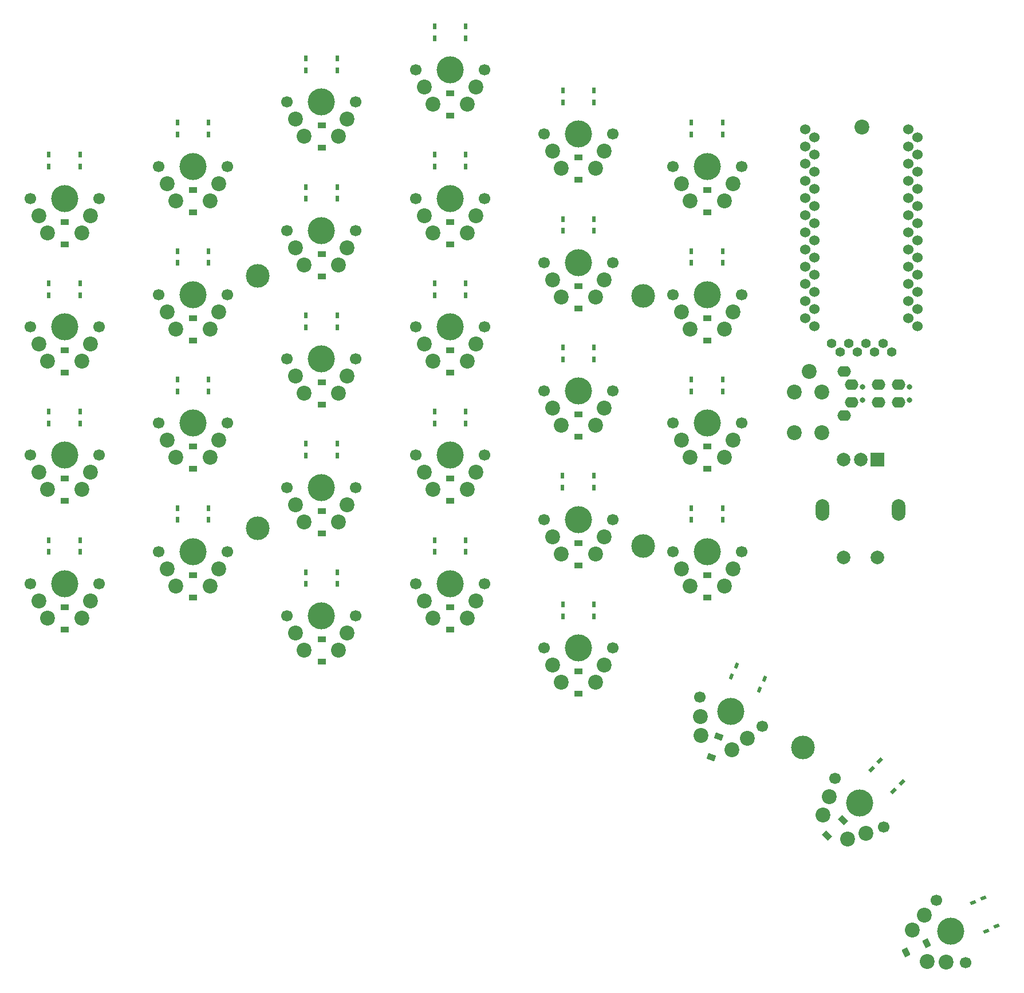
<source format=gbr>
%TF.GenerationSoftware,KiCad,Pcbnew,6.0.5*%
%TF.CreationDate,2022-07-09T20:03:33-05:00*%
%TF.ProjectId,ElevenFingers,456c6576-656e-4466-996e-676572732e6b,rev?*%
%TF.SameCoordinates,Original*%
%TF.FileFunction,Soldermask,Top*%
%TF.FilePolarity,Negative*%
%FSLAX46Y46*%
G04 Gerber Fmt 4.6, Leading zero omitted, Abs format (unit mm)*
G04 Created by KiCad (PCBNEW 6.0.5) date 2022-07-09 20:03:33*
%MOMM*%
%LPD*%
G01*
G04 APERTURE LIST*
G04 Aperture macros list*
%AMRotRect*
0 Rectangle, with rotation*
0 The origin of the aperture is its center*
0 $1 length*
0 $2 width*
0 $3 Rotation angle, in degrees counterclockwise*
0 Add horizontal line*
21,1,$1,$2,0,0,$3*%
G04 Aperture macros list end*
%ADD10C,2.200000*%
%ADD11C,3.500000*%
%ADD12C,4.000000*%
%ADD13C,1.700000*%
%ADD14R,0.500000X0.850000*%
%ADD15R,1.200000X0.900000*%
%ADD16RotRect,0.500000X0.850000X115.000000*%
%ADD17C,1.524000*%
%ADD18C,0.800000*%
%ADD19O,2.000000X1.600000*%
%ADD20RotRect,0.500000X0.850000X135.000000*%
%ADD21RotRect,0.900000X1.200000X25.000000*%
%ADD22O,2.000000X3.200000*%
%ADD23R,2.000000X2.000000*%
%ADD24C,2.000000*%
%ADD25RotRect,0.900000X1.200000X45.000000*%
%ADD26RotRect,0.500000X0.850000X155.000000*%
%ADD27RotRect,0.900000X1.200000X70.000000*%
%ADD28C,1.397000*%
G04 APERTURE END LIST*
D10*
%TO.C,*%
X148200000Y-105000000D03*
%TD*%
%TO.C,REF\u002A\u002A*%
X156000000Y-68850000D03*
%TD*%
D11*
%TO.C,*%
X147200000Y-160600000D03*
%TD*%
%TO.C,*%
X123600000Y-130800000D03*
%TD*%
%TO.C,*%
X123600000Y-93800000D03*
%TD*%
%TO.C,*%
X66600000Y-128200000D03*
%TD*%
%TO.C,REF\u002A\u002A*%
X66600000Y-90800000D03*
%TD*%
D12*
%TO.C,SW5*%
X114071846Y-69876051D03*
D13*
X119151846Y-69876051D03*
X108991846Y-69876051D03*
D12*
X114071846Y-69876051D03*
D10*
X116611846Y-74956051D03*
X111531846Y-74956051D03*
X117881846Y-72416051D03*
X110261846Y-72416051D03*
%TD*%
D14*
%TO.C,L20*%
X59361846Y-125171051D03*
X59361846Y-126921051D03*
X54761846Y-126921051D03*
X54761846Y-125171051D03*
%TD*%
D12*
%TO.C,SW10*%
X95071846Y-79376051D03*
D13*
X100151846Y-79376051D03*
D12*
X95071846Y-79376051D03*
D13*
X89991846Y-79376051D03*
D10*
X92531846Y-84456051D03*
X97611846Y-84456051D03*
X91261846Y-81916051D03*
X98881846Y-81916051D03*
%TD*%
D14*
%TO.C,L2*%
X54761846Y-69921051D03*
X54761846Y-68171051D03*
X59361846Y-68171051D03*
X59361846Y-69921051D03*
%TD*%
D15*
%TO.C,D2*%
X57081846Y-81396051D03*
X57081846Y-78096051D03*
%TD*%
D14*
%TO.C,L19*%
X40361846Y-129921051D03*
X40361846Y-131671051D03*
X35761846Y-131671051D03*
X35761846Y-129921051D03*
%TD*%
D15*
%TO.C,D13*%
X38081846Y-124146051D03*
X38081846Y-120846051D03*
%TD*%
%TO.C,D26*%
X95081846Y-143146051D03*
X95081846Y-139846051D03*
%TD*%
%TO.C,D21*%
X76081846Y-128896051D03*
X76081846Y-125596051D03*
%TD*%
%TO.C,D25*%
X76081846Y-147896051D03*
X76081846Y-144596051D03*
%TD*%
D13*
%TO.C,SW13*%
X32991846Y-117376051D03*
X43151846Y-117376051D03*
D12*
X38071846Y-117376051D03*
X38071846Y-117376051D03*
D10*
X35531846Y-122456051D03*
X40611846Y-122456051D03*
X34261846Y-119916051D03*
X41881846Y-119916051D03*
%TD*%
D13*
%TO.C,SW7*%
X43151846Y-98376051D03*
D12*
X38071846Y-98376051D03*
D13*
X32991846Y-98376051D03*
D12*
X38071846Y-98376051D03*
D10*
X35531846Y-103456051D03*
X40611846Y-103456051D03*
X34261846Y-100916051D03*
X41881846Y-100916051D03*
%TD*%
D14*
%TO.C,L10*%
X97361846Y-72921051D03*
X97361846Y-74671051D03*
X92761846Y-74671051D03*
X92761846Y-72921051D03*
%TD*%
%TO.C,L27*%
X111761846Y-141171051D03*
X111761846Y-139421051D03*
X116361846Y-139421051D03*
X116361846Y-141171051D03*
%TD*%
D12*
%TO.C,SW26*%
X95071846Y-136376051D03*
D13*
X100151846Y-136376051D03*
X89991846Y-136376051D03*
D12*
X95071846Y-136376051D03*
D10*
X97611846Y-141456051D03*
X92531846Y-141456051D03*
X98881846Y-138916051D03*
X91261846Y-138916051D03*
%TD*%
D13*
%TO.C,SW18*%
X138151846Y-112626051D03*
X127991846Y-112626051D03*
D12*
X133071846Y-112626051D03*
X133071846Y-112626051D03*
D10*
X130531846Y-117706051D03*
X135611846Y-117706051D03*
X136881846Y-115166051D03*
X129261846Y-115166051D03*
%TD*%
D14*
%TO.C,L5*%
X111761846Y-65171051D03*
X111761846Y-63421051D03*
X116361846Y-63421051D03*
X116361846Y-65171051D03*
%TD*%
%TO.C,L16*%
X92761846Y-93671051D03*
X92761846Y-91921051D03*
X97361846Y-91921051D03*
X97361846Y-93671051D03*
%TD*%
D13*
%TO.C,SW21*%
X81151846Y-122126051D03*
D12*
X76071846Y-122126051D03*
X76071846Y-122126051D03*
D13*
X70991846Y-122126051D03*
D10*
X78611846Y-127206051D03*
X73531846Y-127206051D03*
X79881846Y-124666051D03*
X72261846Y-124666051D03*
%TD*%
D16*
%TO.C,L30*%
X172346805Y-183581334D03*
X173932843Y-182841752D03*
X175876887Y-187010768D03*
X174290849Y-187750350D03*
%TD*%
D17*
%TO.C,U1*%
X164148225Y-70347873D03*
X147609410Y-69152128D03*
X164148225Y-72887873D03*
X147609410Y-71692128D03*
X164148225Y-75427873D03*
X147609410Y-74232128D03*
X164148225Y-77967873D03*
X147609410Y-76772128D03*
X164148225Y-80507873D03*
X147609410Y-79312128D03*
X147609410Y-81852128D03*
X164148225Y-83047873D03*
X164148225Y-85587873D03*
X147609410Y-84392128D03*
X164148225Y-88127873D03*
X147609410Y-86932128D03*
X164148225Y-90667873D03*
X147609410Y-89472128D03*
X164148225Y-93207873D03*
X147609410Y-92012128D03*
X164148225Y-95747873D03*
X147609410Y-94552128D03*
X164148225Y-98287873D03*
X147609410Y-97092128D03*
X162849410Y-97092128D03*
X148908225Y-98287873D03*
X162849410Y-94552128D03*
X148908225Y-95747873D03*
X148908225Y-93207873D03*
X162849410Y-92012128D03*
X162849410Y-89472128D03*
X148908225Y-90667873D03*
X148908225Y-88127873D03*
X162849410Y-86932128D03*
X162849410Y-84392128D03*
X148908225Y-85587873D03*
X148908225Y-83047873D03*
X162849410Y-81852128D03*
X162849410Y-79312128D03*
X148908225Y-80507873D03*
X162849410Y-76772128D03*
X148908225Y-77967873D03*
X148908225Y-75427873D03*
X162849410Y-74232128D03*
X162849410Y-71692128D03*
X148908225Y-72887873D03*
X162849410Y-69152128D03*
X148908225Y-70347873D03*
%TD*%
D14*
%TO.C,L12*%
X135361846Y-87171051D03*
X135361846Y-88921051D03*
X130761846Y-88921051D03*
X130761846Y-87171051D03*
%TD*%
D12*
%TO.C,SW22*%
X95071846Y-117376051D03*
X95071846Y-117376051D03*
D13*
X89991846Y-117376051D03*
X100151846Y-117376051D03*
D10*
X92531846Y-122456051D03*
X97611846Y-122456051D03*
X91261846Y-119916051D03*
X98881846Y-119916051D03*
%TD*%
D13*
%TO.C,SW17*%
X108991846Y-107876051D03*
X119151846Y-107876051D03*
D12*
X114071846Y-107876051D03*
X114071846Y-107876051D03*
D10*
X111531846Y-112956051D03*
X116611846Y-112956051D03*
X110261846Y-110416051D03*
X117881846Y-110416051D03*
%TD*%
D14*
%TO.C,L15*%
X73761846Y-98421051D03*
X73761846Y-96671051D03*
X78361846Y-96671051D03*
X78361846Y-98421051D03*
%TD*%
%TO.C,L13*%
X35761846Y-112671051D03*
X35761846Y-110921051D03*
X40361846Y-110921051D03*
X40361846Y-112671051D03*
%TD*%
D15*
%TO.C,D12*%
X133081846Y-100396051D03*
X133081846Y-97096051D03*
%TD*%
D14*
%TO.C,L18*%
X130761846Y-107921051D03*
X130761846Y-106171051D03*
X135361846Y-106171051D03*
X135361846Y-107921051D03*
%TD*%
D12*
%TO.C,SW8*%
X57071846Y-93626051D03*
D13*
X62151846Y-93626051D03*
X51991846Y-93626051D03*
D12*
X57071846Y-93626051D03*
D10*
X59611846Y-98706051D03*
X54531846Y-98706051D03*
X53261846Y-96166051D03*
X60881846Y-96166051D03*
%TD*%
D14*
%TO.C,L21*%
X78361846Y-115671051D03*
X78361846Y-117421051D03*
X73761846Y-117421051D03*
X73761846Y-115671051D03*
%TD*%
D12*
%TO.C,SW6*%
X133071846Y-74626051D03*
D13*
X127991846Y-74626051D03*
X138151846Y-74626051D03*
D12*
X133071846Y-74626051D03*
D10*
X135611846Y-79706051D03*
X130531846Y-79706051D03*
X136881846Y-77166051D03*
X129261846Y-77166051D03*
%TD*%
D12*
%TO.C,SW14*%
X57071846Y-112626051D03*
D13*
X51991846Y-112626051D03*
X62151846Y-112626051D03*
D12*
X57071846Y-112626051D03*
D10*
X59611846Y-117706051D03*
X54531846Y-117706051D03*
X60881846Y-115166051D03*
X53261846Y-115166051D03*
%TD*%
D15*
%TO.C,D27*%
X114081846Y-152646051D03*
X114081846Y-149346051D03*
%TD*%
D18*
%TO.C,U2*%
X163012500Y-109225000D03*
X156012500Y-107275000D03*
X163012500Y-107275000D03*
X156012500Y-109225000D03*
D19*
X153312500Y-104975000D03*
X153312500Y-111525000D03*
X154412500Y-106925000D03*
X154412500Y-109575000D03*
X158412500Y-106925000D03*
X158412500Y-109575000D03*
X161412500Y-109575000D03*
X161412500Y-106925000D03*
%TD*%
D15*
%TO.C,D17*%
X114081846Y-114646051D03*
X114081846Y-111346051D03*
%TD*%
D14*
%TO.C,L26*%
X92761846Y-131671051D03*
X92761846Y-129921051D03*
X97361846Y-129921051D03*
X97361846Y-131671051D03*
%TD*%
D12*
%TO.C,SW9*%
X76071846Y-84126051D03*
D13*
X81151846Y-84126051D03*
D12*
X76071846Y-84126051D03*
D13*
X70991846Y-84126051D03*
D10*
X78611846Y-89206051D03*
X73531846Y-89206051D03*
X72261846Y-86666051D03*
X79881846Y-86666051D03*
%TD*%
D12*
%TO.C,SW4*%
X95071846Y-60376051D03*
D13*
X100151846Y-60376051D03*
D12*
X95071846Y-60376051D03*
D13*
X89991846Y-60376051D03*
D10*
X97611846Y-65456051D03*
X92531846Y-65456051D03*
X91261846Y-62916051D03*
X98881846Y-62916051D03*
%TD*%
%TO.C,B1*%
X150000000Y-108000000D03*
X150000000Y-114000000D03*
X146000000Y-108000000D03*
X146000000Y-114000000D03*
%TD*%
D15*
%TO.C,D5*%
X114081846Y-76646051D03*
X114081846Y-73346051D03*
%TD*%
D14*
%TO.C,L24*%
X135361846Y-125171051D03*
X135361846Y-126921051D03*
X130761846Y-126921051D03*
X130761846Y-125171051D03*
%TD*%
D15*
%TO.C,D22*%
X95081846Y-124146051D03*
X95081846Y-120846051D03*
%TD*%
D14*
%TO.C,L14*%
X54761846Y-107921051D03*
X54761846Y-106171051D03*
X59361846Y-106171051D03*
X59361846Y-107921051D03*
%TD*%
D13*
%TO.C,SW2*%
X51991846Y-74626051D03*
D12*
X57071846Y-74626051D03*
X57071846Y-74626051D03*
D13*
X62151846Y-74626051D03*
D10*
X54531846Y-79706051D03*
X59611846Y-79706051D03*
X60881846Y-77166051D03*
X53261846Y-77166051D03*
%TD*%
D15*
%TO.C,D24*%
X133081846Y-138396051D03*
X133081846Y-135096051D03*
%TD*%
D14*
%TO.C,L23*%
X116300000Y-120375000D03*
X116300000Y-122125000D03*
X111700000Y-122125000D03*
X111700000Y-120375000D03*
%TD*%
D13*
%TO.C,SW29*%
X159203949Y-172388154D03*
X152019744Y-165203949D03*
D12*
X155611846Y-168796051D03*
X155611846Y-168796051D03*
D10*
X150223693Y-170592102D03*
X153815795Y-174184205D03*
X151121718Y-167898026D03*
X156509872Y-173286179D03*
%TD*%
D12*
%TO.C,SW15*%
X76071846Y-103126051D03*
D13*
X81151846Y-103126051D03*
D12*
X76071846Y-103126051D03*
D13*
X70991846Y-103126051D03*
D10*
X78611846Y-108206051D03*
X73531846Y-108206051D03*
X72261846Y-105666051D03*
X79881846Y-105666051D03*
%TD*%
D20*
%TO.C,L29*%
X157366782Y-163788424D03*
X158604219Y-162550987D03*
X161856910Y-165803678D03*
X160619473Y-167041115D03*
%TD*%
D14*
%TO.C,L6*%
X130761846Y-69921051D03*
X130761846Y-68171051D03*
X135361846Y-68171051D03*
X135361846Y-69921051D03*
%TD*%
D15*
%TO.C,D18*%
X133081846Y-119396051D03*
X133081846Y-116096051D03*
%TD*%
%TO.C,D20*%
X57081846Y-138396051D03*
X57081846Y-135096051D03*
%TD*%
D13*
%TO.C,SW16*%
X89991846Y-98376051D03*
D12*
X95071846Y-98376051D03*
D13*
X100151846Y-98376051D03*
D12*
X95071846Y-98376051D03*
D10*
X97611846Y-103456051D03*
X92531846Y-103456051D03*
X98881846Y-100916051D03*
X91261846Y-100916051D03*
%TD*%
D14*
%TO.C,L7*%
X40361846Y-91921051D03*
X40361846Y-93671051D03*
X35761846Y-93671051D03*
X35761846Y-91921051D03*
%TD*%
D13*
%TO.C,SW24*%
X138151846Y-131626051D03*
X127991846Y-131626051D03*
D12*
X133071846Y-131626051D03*
X133071846Y-131626051D03*
D10*
X130531846Y-136706051D03*
X135611846Y-136706051D03*
X129261846Y-134166051D03*
X136881846Y-134166051D03*
%TD*%
D15*
%TO.C,D6*%
X133081846Y-81396051D03*
X133081846Y-78096051D03*
%TD*%
D12*
%TO.C,SW23*%
X114071846Y-126876051D03*
D13*
X119151846Y-126876051D03*
D12*
X114071846Y-126876051D03*
D13*
X108991846Y-126876051D03*
D10*
X116611846Y-131956051D03*
X111531846Y-131956051D03*
X110261846Y-129416051D03*
X117881846Y-129416051D03*
%TD*%
D15*
%TO.C,D16*%
X95081846Y-105146051D03*
X95081846Y-101846051D03*
%TD*%
%TO.C,D4*%
X95081846Y-67146051D03*
X95081846Y-63846051D03*
%TD*%
%TO.C,D1*%
X38081846Y-86146051D03*
X38081846Y-82846051D03*
%TD*%
D12*
%TO.C,SW20*%
X57071846Y-131626051D03*
X57071846Y-131626051D03*
D13*
X62151846Y-131626051D03*
X51991846Y-131626051D03*
D10*
X54531846Y-136706051D03*
X59611846Y-136706051D03*
X53261846Y-134166051D03*
X60881846Y-134166051D03*
%TD*%
D14*
%TO.C,L9*%
X78361846Y-77671051D03*
X78361846Y-79421051D03*
X73761846Y-79421051D03*
X73761846Y-77671051D03*
%TD*%
D21*
%TO.C,D30*%
X162504592Y-190947320D03*
X165495408Y-189552680D03*
%TD*%
D14*
%TO.C,L17*%
X111761846Y-103171051D03*
X111761846Y-101421051D03*
X116361846Y-101421051D03*
X116361846Y-103171051D03*
%TD*%
D15*
%TO.C,D10*%
X95081846Y-86146051D03*
X95081846Y-82846051D03*
%TD*%
%TO.C,D3*%
X76081846Y-71896051D03*
X76081846Y-68596051D03*
%TD*%
D22*
%TO.C,E1*%
X161350000Y-125500000D03*
X150150000Y-125500000D03*
D23*
X158250000Y-118000000D03*
D24*
X153250000Y-118000000D03*
X155750000Y-118000000D03*
X153250000Y-132500000D03*
X158250000Y-132500000D03*
%TD*%
D14*
%TO.C,L25*%
X73761846Y-136421051D03*
X73761846Y-134671051D03*
X78361846Y-134671051D03*
X78361846Y-136421051D03*
%TD*%
D15*
%TO.C,D23*%
X114081846Y-133646051D03*
X114081846Y-130346051D03*
%TD*%
%TO.C,D14*%
X57081846Y-119396051D03*
X57081846Y-116096051D03*
%TD*%
%TO.C,D7*%
X38081846Y-105146051D03*
X38081846Y-101846051D03*
%TD*%
D14*
%TO.C,L8*%
X59361846Y-87171051D03*
X59361846Y-88921051D03*
X54761846Y-88921051D03*
X54761846Y-87171051D03*
%TD*%
D15*
%TO.C,D9*%
X76081846Y-90896051D03*
X76081846Y-87596051D03*
%TD*%
D12*
%TO.C,SW1*%
X38071846Y-79376051D03*
X38071846Y-79376051D03*
D13*
X32991846Y-79376051D03*
X43151846Y-79376051D03*
D10*
X40611846Y-84456051D03*
X35531846Y-84456051D03*
X41881846Y-81916051D03*
X34261846Y-81916051D03*
%TD*%
D13*
%TO.C,SW3*%
X70991846Y-65126051D03*
D12*
X76071846Y-65126051D03*
D13*
X81151846Y-65126051D03*
D12*
X76071846Y-65126051D03*
D10*
X73531846Y-70206051D03*
X78611846Y-70206051D03*
X72261846Y-67666051D03*
X79881846Y-67666051D03*
%TD*%
D15*
%TO.C,D19*%
X38081846Y-143146051D03*
X38081846Y-139846051D03*
%TD*%
D13*
%TO.C,SW11*%
X108991846Y-88876051D03*
X119151846Y-88876051D03*
D12*
X114071846Y-88876051D03*
X114071846Y-88876051D03*
D10*
X116611846Y-93956051D03*
X111531846Y-93956051D03*
X117881846Y-91416051D03*
X110261846Y-91416051D03*
%TD*%
D14*
%TO.C,L22*%
X97361846Y-110921051D03*
X97361846Y-112671051D03*
X92761846Y-112671051D03*
X92761846Y-110921051D03*
%TD*%
%TO.C,L1*%
X35761846Y-74671051D03*
X35761846Y-72921051D03*
X40361846Y-72921051D03*
X40361846Y-74671051D03*
%TD*%
D13*
%TO.C,SW19*%
X32991846Y-136376051D03*
D12*
X38071846Y-136376051D03*
X38071846Y-136376051D03*
D13*
X43151846Y-136376051D03*
D10*
X35531846Y-141456051D03*
X40611846Y-141456051D03*
X34261846Y-138916051D03*
X41881846Y-138916051D03*
%TD*%
D13*
%TO.C,SW25*%
X70991846Y-141126051D03*
X81151846Y-141126051D03*
D12*
X76071846Y-141126051D03*
X76071846Y-141126051D03*
D10*
X73531846Y-146206051D03*
X78611846Y-146206051D03*
X72261846Y-143666051D03*
X79881846Y-143666051D03*
%TD*%
D25*
%TO.C,D29*%
X150833274Y-173666726D03*
X153166726Y-171333274D03*
%TD*%
D13*
%TO.C,SW27*%
X119151846Y-145876051D03*
D12*
X114071846Y-145876051D03*
X114071846Y-145876051D03*
D13*
X108991846Y-145876051D03*
D10*
X111531846Y-150956051D03*
X116611846Y-150956051D03*
X117881846Y-148416051D03*
X110261846Y-148416051D03*
%TD*%
D26*
%TO.C,L28*%
X136657547Y-150117048D03*
X137397129Y-148531010D03*
X141566145Y-150475054D03*
X140826563Y-152061092D03*
%TD*%
D12*
%TO.C,SW30*%
X169111846Y-187796051D03*
D13*
X171258747Y-192400095D03*
D12*
X169111846Y-187796051D03*
D13*
X166964945Y-183192007D03*
D10*
X165581253Y-192244974D03*
X163434352Y-187640930D03*
X165199649Y-185416469D03*
X168420000Y-192322534D03*
%TD*%
D14*
%TO.C,L11*%
X116361846Y-82421051D03*
X116361846Y-84171051D03*
X111761846Y-84171051D03*
X111761846Y-82421051D03*
%TD*%
D15*
%TO.C,D11*%
X114081846Y-95646051D03*
X114081846Y-92346051D03*
%TD*%
%TO.C,D15*%
X76081846Y-109896051D03*
X76081846Y-106596051D03*
%TD*%
D14*
%TO.C,L3*%
X73761846Y-60421051D03*
X73761846Y-58671051D03*
X78361846Y-58671051D03*
X78361846Y-60421051D03*
%TD*%
D27*
%TO.C,D28*%
X133685667Y-162050493D03*
X134814333Y-158949507D03*
%TD*%
D12*
%TO.C,SW12*%
X133071846Y-93626051D03*
D13*
X138151846Y-93626051D03*
D12*
X133071846Y-93626051D03*
D13*
X127991846Y-93626051D03*
D10*
X135611846Y-98706051D03*
X130531846Y-98706051D03*
X129261846Y-96166051D03*
X136881846Y-96166051D03*
%TD*%
D15*
%TO.C,D8*%
X57081846Y-100396051D03*
X57081846Y-97096051D03*
%TD*%
D12*
%TO.C,SW28*%
X136611846Y-155296051D03*
X136611846Y-155296051D03*
D13*
X141215890Y-157442952D03*
X132007803Y-153149150D03*
D10*
X136766967Y-160973545D03*
X132162924Y-158826644D03*
X138991429Y-159208249D03*
X132085363Y-155987897D03*
%TD*%
D28*
%TO.C,J1*%
X151468511Y-100838511D03*
X160358511Y-102108511D03*
X157818511Y-102108511D03*
X154008511Y-100838511D03*
X156548511Y-100838511D03*
X155278511Y-102108511D03*
X152738511Y-102108511D03*
X159088511Y-100838511D03*
%TD*%
D14*
%TO.C,L4*%
X92761846Y-55671051D03*
X92761846Y-53921051D03*
X97361846Y-53921051D03*
X97361846Y-55671051D03*
%TD*%
M02*

</source>
